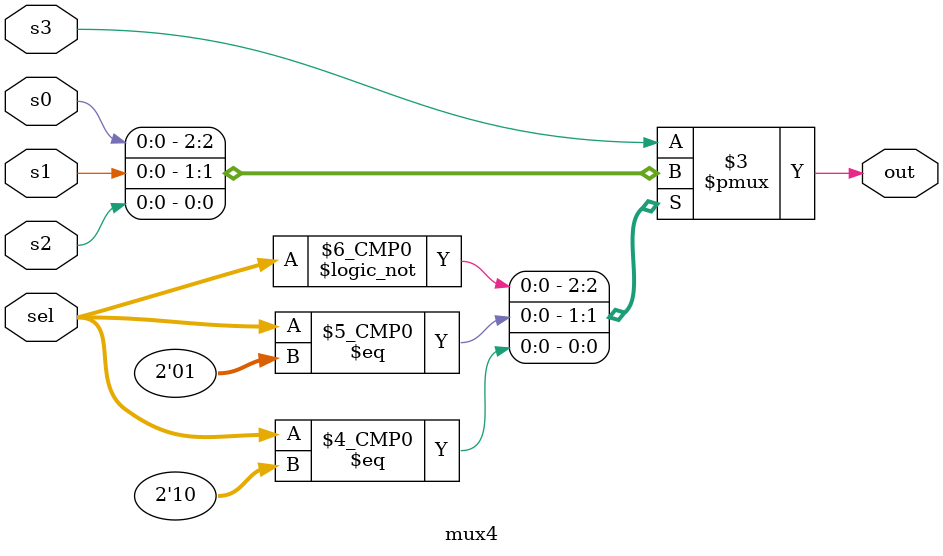
<source format=v>
module mux4 (out, sel, s0, s1, s2, s3);
   output      out;   
   input [1:0] sel;
   input       s0, s1, s2, s3;
   always @(sel or s0 or s1 or s2 or s3)
     case (sel)
       2'b00: out <= s0;
       2'b01: out <= s1;
       2'b10: out <= s2;
       default: out <= s3;    
     endcase // case (sel)
endmodule // mux4

// Copyright (C) 2012, Shawn Tan <shawn.tan@sybreon.com>
// 
// This is free software: you can redistribute it and/or modify it under
// the terms of the GNU General Public License as published by the Free
// Software Foundation, either version 3 of the License, or (at your
// option) any later version.
//
// This is distributed in the hope that it will be useful, but WITHOUT
// ANY WARRANTY; without even the implied warranty of MERCHANTABILITY or
// FITNESS FOR A PARTICULAR PURPOSE.  See the GNU General Public License
// for more details.
// 
// You should have received a copy of the GNU General Public License
// along with this. If not, see <http://www.gnu.org/licenses/>.
</source>
